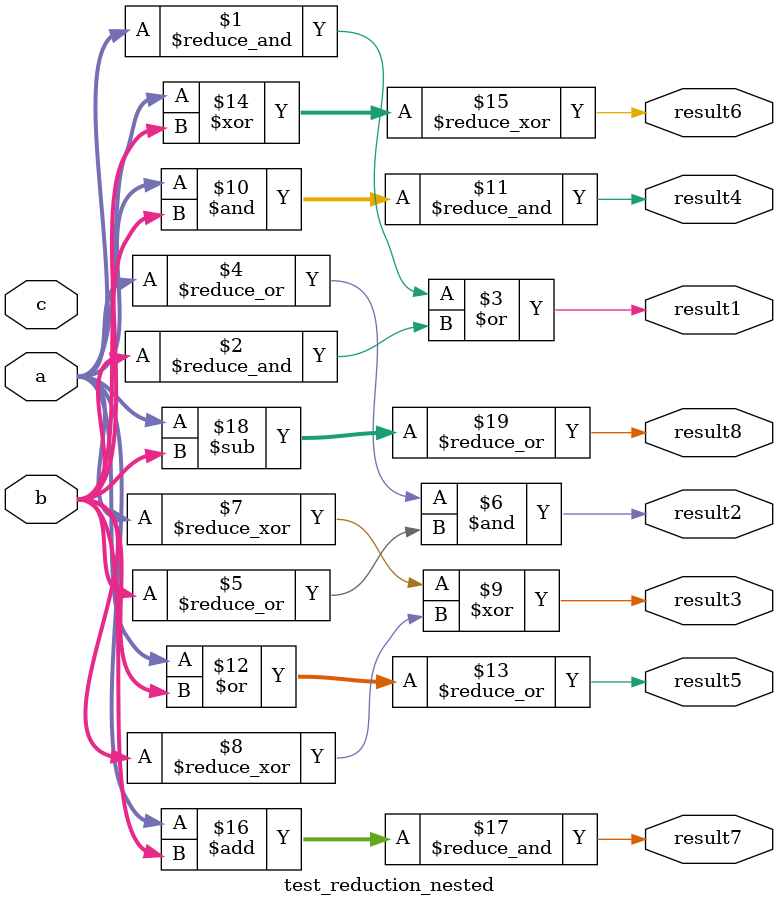
<source format=v>
module test_reduction_nested(
    input [7:0] a,
    input [7:0] b,
    input [7:0] c,
    output wire result1,
    output wire result2,
    output wire result3,
    output wire result4,
    output wire result5,
    output wire result6,
    output wire result7,
    output wire result8
);
    // Nested reductions
    assign result1 = &a | &b;  // OR of two AND reductions
    assign result2 = |a & |b;  // AND of two OR reductions
    assign result3 = ^a ^ ^b;  // XOR of two XOR reductions

    // Reductions with bitwise operations
    assign result4 = &(a & b);  // Reduction of bitwise AND
    assign result5 = |(a | b);  // Reduction of bitwise OR
    assign result6 = ^(a ^ b);  // Reduction of bitwise XOR

    // Reductions with arithmetic
    assign result7 = &(a + b);  // Reduction of sum
    assign result8 = |(a - b);  // Reduction of difference
endmodule

</source>
